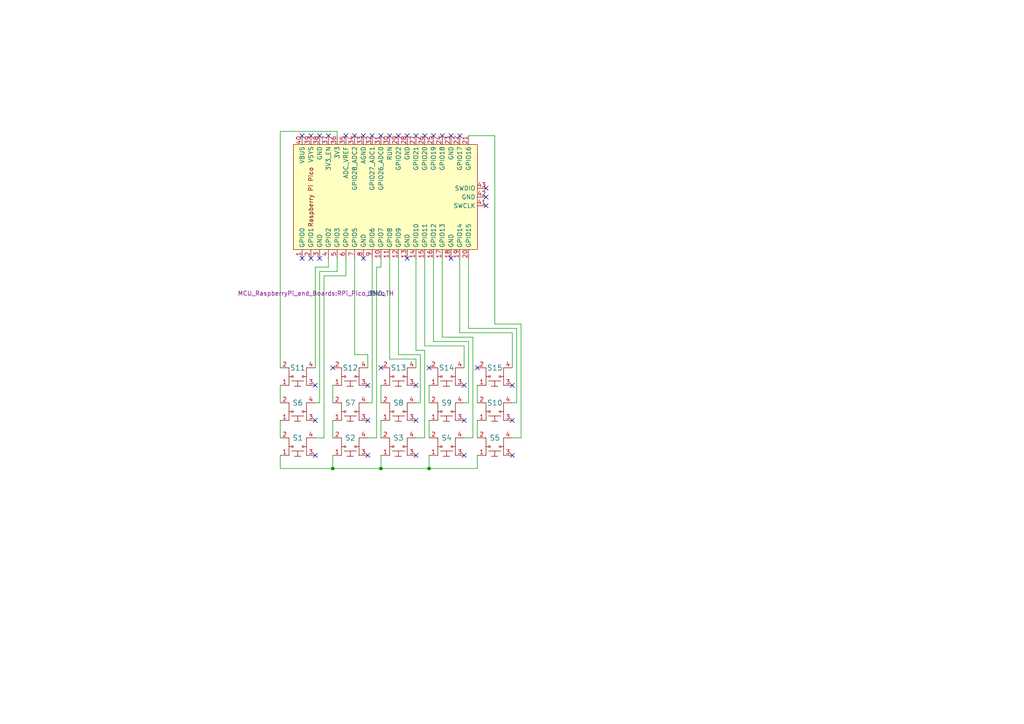
<source format=kicad_sch>
(kicad_sch (version 20211123) (generator eeschema)
  (paper "A4")
  (lib_symbols
    (symbol "MCU_RaspberryPi_and_Boards:Pico"
      (property "Reference" "U1" (at -27.94 2.5401 90))
      (property "Value" "Pico" (at -27.94 0.0001 90))
      (property "Footprint" "MCU_RaspberryPi_and_Boards:RPi_Pico_SMD_TH" (at -27.94 -2.5399 90))
      (symbol "Pico_0_0"
        (text "Raspberry Pi Pico" (at 0 21.59 0) (effects (font (size 1.27 1.27))))
      )
      (symbol "Pico_0_1"
        (rectangle (start -15.24 26.67) (end 15.24 -26.67) (fill (type background)))
      )
      (symbol "Pico_1_1"
        (pin bidirectional line (at -17.78 24.13 0) (length 2.54) (name "GPIO0") (number "1"))
        (pin bidirectional line (at -17.78 1.27 0) (length 2.54) (name "GPIO7") (number "10"))
        (pin bidirectional line (at -17.78 -1.27 0) (length 2.54) (name "GPIO8") (number "11"))
        (pin bidirectional line (at -17.78 -3.81 0) (length 2.54) (name "GPIO9") (number "12"))
        (pin power_in line (at -17.78 -6.35 0) (length 2.54) (name "GND") (number "13"))
        (pin bidirectional line (at -17.78 -8.89 0) (length 2.54) (name "GPIO10") (number "14"))
        (pin bidirectional line (at -17.78 -11.43 0) (length 2.54) (name "GPIO11") (number "15"))
        (pin bidirectional line (at -17.78 -13.97 0) (length 2.54) (name "GPIO12") (number "16"))
        (pin bidirectional line (at -17.78 -16.51 0) (length 2.54) (name "GPIO13") (number "17"))
        (pin power_in line (at -17.78 -19.05 0) (length 2.54) (name "GND") (number "18"))
        (pin bidirectional line (at -17.78 -21.59 0) (length 2.54) (name "GPIO14") (number "19"))
        (pin bidirectional line (at -17.78 21.59 0) (length 2.54) (name "GPIO1") (number "2"))
        (pin bidirectional line (at -17.78 -24.13 0) (length 2.54) (name "GPIO15") (number "20"))
        (pin bidirectional line (at 17.78 -24.13 180) (length 2.54) (name "GPIO16") (number "21"))
        (pin bidirectional line (at 17.78 -21.59 180) (length 2.54) (name "GPIO17") (number "22"))
        (pin power_in line (at 17.78 -19.05 180) (length 2.54) (name "GND") (number "23"))
        (pin bidirectional line (at 17.78 -16.51 180) (length 2.54) (name "GPIO18") (number "24"))
        (pin bidirectional line (at 17.78 -13.97 180) (length 2.54) (name "GPIO19") (number "25"))
        (pin bidirectional line (at 17.78 -11.43 180) (length 2.54) (name "GPIO20") (number "26"))
        (pin bidirectional line (at 17.78 -8.89 180) (length 2.54) (name "GPIO21") (number "27"))
        (pin power_in line (at 17.78 -6.35 180) (length 2.54) (name "GND") (number "28"))
        (pin bidirectional line (at 17.78 -3.81 180) (length 2.54) (name "GPIO22") (number "29"))
        (pin power_in line (at -17.78 19.05 0) (length 2.54) (name "GND") (number "3"))
        (pin input line (at 17.78 -1.27 180) (length 2.54) (name "RUN") (number "30"))
        (pin bidirectional line (at 17.78 1.27 180) (length 2.54) (name "GPIO26_ADC0") (number "31"))
        (pin bidirectional line (at 17.78 3.81 180) (length 2.54) (name "GPIO27_ADC1") (number "32"))
        (pin power_in line (at 17.78 6.35 180) (length 2.54) (name "AGND") (number "33"))
        (pin bidirectional line (at 17.78 8.89 180) (length 2.54) (name "GPIO28_ADC2") (number "34"))
        (pin power_in line (at 17.78 11.43 180) (length 2.54) (name "ADC_VREF") (number "35"))
        (pin power_out line (at 17.78 13.97 180) (length 2.54) (name "3V3") (number "36"))
        (pin input line (at 17.78 16.51 180) (length 2.54) (name "3V3_EN") (number "37"))
        (pin bidirectional line (at 17.78 19.05 180) (length 2.54) (name "GND") (number "38"))
        (pin power_in line (at 17.78 21.59 180) (length 2.54) (name "VSYS") (number "39"))
        (pin bidirectional line (at -17.78 16.51 0) (length 2.54) (name "GPIO2") (number "4"))
        (pin power_in line (at 17.78 24.13 180) (length 2.54) (name "VBUS") (number "40"))
        (pin input line (at -2.54 -29.21 90) (length 2.54) (name "SWCLK") (number "41"))
        (pin power_in line (at 0 -29.21 90) (length 2.54) (name "GND") (number "42"))
        (pin bidirectional line (at 2.54 -29.21 90) (length 2.54) (name "SWDIO") (number "43"))
        (pin bidirectional line (at -17.78 13.97 0) (length 2.54) (name "GPIO3") (number "5"))
        (pin bidirectional line (at -17.78 11.43 0) (length 2.54) (name "GPIO4") (number "6"))
        (pin bidirectional line (at -17.78 8.89 0) (length 2.54) (name "GPIO5") (number "7"))
        (pin power_in line (at -17.78 6.35 0) (length 2.54) (name "GND") (number "8"))
        (pin bidirectional line (at -17.78 3.81 0) (length 2.54) (name "GPIO6") (number "9"))
      )
    )
    (symbol "dk_Tactile-Switches:1825910-6" (pin_names (offset 1.016))
      (property "Reference" "S" (at 0 4.572 0))
      (property "Value" "1825910-6" (at 0.127 -5.08 0))
      (symbol "1825910-6_0_1"
        (circle (center -1.524 0) (radius 0.254))
        (polyline (pts (xy -2.54 2.54) (xy -2.54 -2.54)))
        (polyline (pts (xy -1.778 0) (xy -2.54 0)))
        (polyline (pts (xy -1.778 1.27) (xy 1.778 1.27)))
        (polyline (pts (xy 2.54 -2.54) (xy 2.54 2.54)))
        (polyline (pts (xy 2.54 0) (xy 1.778 0)))
        (circle (center 1.524 0) (radius 0.254))
      )
      (symbol "1825910-6_1_1"
        (polyline (pts (xy -1.016 2.794) (xy 0.889 2.794)))
        (polyline (pts (xy 0 2.794) (xy 0 1.27)))
        (pin passive line (at -5.08 2.54 0) (length 2.54) (name "~") (number "1"))
        (pin passive line (at -5.08 -2.54 0) (length 2.54) (name "~") (number "2"))
        (pin passive line (at 5.08 2.54 180) (length 2.54) (name "~") (number "3"))
        (pin passive line (at 5.08 -2.54 180) (length 2.54) (name "~") (number "4"))
      )
    )
  )
  (junction (at 96.52 135.89))
  (junction (at 110.49 135.89))
  (junction (at 124.46 135.89))
  (no_connect (at 87.63 74.93))
  (no_connect (at 90.17 74.93))
  (no_connect (at 92.71 74.93))
  (no_connect (at 140.97 54.61))
  (no_connect (at 140.97 57.15))
  (no_connect (at 140.97 59.69))
  (no_connect (at 130.81 39.37))
  (no_connect (at 128.27 39.37))
  (no_connect (at 133.35 39.37))
  (no_connect (at 123.19 39.37))
  (no_connect (at 125.73 39.37))
  (no_connect (at 92.71 39.37))
  (no_connect (at 87.63 39.37))
  (no_connect (at 90.17 39.37))
  (no_connect (at 130.81 74.93))
  (no_connect (at 118.11 74.93))
  (no_connect (at 105.41 74.93))
  (no_connect (at 107.95 39.37))
  (no_connect (at 105.41 39.37))
  (no_connect (at 110.49 39.37))
  (no_connect (at 102.87 39.37))
  (no_connect (at 100.33 39.37))
  (no_connect (at 113.03 39.37))
  (no_connect (at 120.65 39.37))
  (no_connect (at 118.11 39.37))
  (no_connect (at 115.57 39.37))
  (no_connect (at 95.25 39.37))
  (no_connect (at 96.52 106.68))
  (no_connect (at 106.68 121.92))
  (no_connect (at 106.68 111.76))
  (no_connect (at 134.62 121.92))
  (no_connect (at 120.65 121.92))
  (no_connect (at 148.59 111.76))
  (no_connect (at 120.65 132.08))
  (no_connect (at 134.62 132.08))
  (no_connect (at 148.59 121.92))
  (no_connect (at 148.59 132.08))
  (no_connect (at 110.49 106.68))
  (no_connect (at 120.65 111.76))
  (no_connect (at 124.46 106.68))
  (no_connect (at 134.62 111.76))
  (no_connect (at 138.43 106.68))
  (no_connect (at 91.44 132.08))
  (no_connect (at 91.44 121.92))
  (no_connect (at 106.68 132.08))
  (no_connect (at 91.44 111.76))
  (wire (pts (xy 91.44 77.47) (xy 91.44 106.68)))
  (wire (pts (xy 134.62 100.33) (xy 134.62 106.68)))
  (wire (pts (xy 135.89 39.37) (xy 143.51 39.37)))
  (wire (pts (xy 120.65 101.6) (xy 123.19 101.6)))
  (wire (pts (xy 135.89 99.06) (xy 135.89 116.84)))
  (wire (pts (xy 151.13 93.98) (xy 151.13 127)))
  (wire (pts (xy 124.46 121.92) (xy 124.46 127)))
  (wire (pts (xy 110.49 135.89) (xy 124.46 135.89)))
  (wire (pts (xy 106.68 102.87) (xy 106.68 106.68)))
  (wire (pts (xy 110.49 121.92) (xy 110.49 127)))
  (wire (pts (xy 128.27 74.93) (xy 128.27 97.79)))
  (wire (pts (xy 135.89 95.25) (xy 149.86 95.25)))
  (wire (pts (xy 110.49 111.76) (xy 110.49 116.84)))
  (wire (pts (xy 113.03 74.93) (xy 113.03 104.14)))
  (wire (pts (xy 128.27 97.79) (xy 137.16 97.79)))
  (wire (pts (xy 123.19 74.93) (xy 123.19 100.33)))
  (wire (pts (xy 110.49 74.93) (xy 110.49 77.47)))
  (wire (pts (xy 92.71 78.74) (xy 92.71 116.84)))
  (wire (pts (xy 81.28 38.1) (xy 81.28 106.68)))
  (wire (pts (xy 123.19 100.33) (xy 134.62 100.33)))
  (wire (pts (xy 125.73 74.93) (xy 125.73 99.06)))
  (wire (pts (xy 135.89 116.84) (xy 134.62 116.84)))
  (wire (pts (xy 81.28 135.89) (xy 96.52 135.89)))
  (wire (pts (xy 96.52 135.89) (xy 110.49 135.89)))
  (wire (pts (xy 151.13 127) (xy 148.59 127)))
  (wire (pts (xy 100.33 74.93) (xy 100.33 80.01)))
  (wire (pts (xy 120.65 104.14) (xy 120.65 106.68)))
  (wire (pts (xy 97.79 39.37) (xy 97.79 38.1)))
  (wire (pts (xy 138.43 121.92) (xy 138.43 127)))
  (wire (pts (xy 93.98 80.01) (xy 93.98 127)))
  (wire (pts (xy 95.25 77.47) (xy 91.44 77.47)))
  (wire (pts (xy 96.52 121.92) (xy 96.52 127)))
  (wire (pts (xy 143.51 93.98) (xy 151.13 93.98)))
  (wire (pts (xy 109.22 77.47) (xy 109.22 127)))
  (wire (pts (xy 97.79 74.93) (xy 97.79 78.74)))
  (wire (pts (xy 149.86 95.25) (xy 149.86 116.84)))
  (wire (pts (xy 96.52 111.76) (xy 96.52 116.84)))
  (wire (pts (xy 110.49 132.08) (xy 110.49 135.89)))
  (wire (pts (xy 133.35 74.93) (xy 133.35 96.52)))
  (wire (pts (xy 115.57 102.87) (xy 121.92 102.87)))
  (wire (pts (xy 121.92 116.84) (xy 120.65 116.84)))
  (wire (pts (xy 135.89 74.93) (xy 135.89 95.25)))
  (wire (pts (xy 120.65 127) (xy 123.19 127)))
  (wire (pts (xy 81.28 121.92) (xy 81.28 127)))
  (wire (pts (xy 138.43 132.08) (xy 138.43 135.89)))
  (wire (pts (xy 93.98 127) (xy 91.44 127)))
  (wire (pts (xy 81.28 132.08) (xy 81.28 135.89)))
  (wire (pts (xy 107.95 116.84) (xy 106.68 116.84)))
  (wire (pts (xy 148.59 96.52) (xy 148.59 106.68)))
  (wire (pts (xy 110.49 77.47) (xy 109.22 77.47)))
  (wire (pts (xy 120.65 74.93) (xy 120.65 101.6)))
  (wire (pts (xy 143.51 39.37) (xy 143.51 93.98)))
  (wire (pts (xy 134.62 127) (xy 137.16 127)))
  (wire (pts (xy 123.19 101.6) (xy 123.19 127)))
  (wire (pts (xy 115.57 74.93) (xy 115.57 102.87)))
  (wire (pts (xy 107.95 74.93) (xy 107.95 116.84)))
  (wire (pts (xy 96.52 132.08) (xy 96.52 135.89)))
  (wire (pts (xy 124.46 132.08) (xy 124.46 135.89)))
  (wire (pts (xy 121.92 102.87) (xy 121.92 116.84)))
  (wire (pts (xy 106.68 127) (xy 109.22 127)))
  (wire (pts (xy 125.73 99.06) (xy 135.89 99.06)))
  (wire (pts (xy 102.87 102.87) (xy 106.68 102.87)))
  (wire (pts (xy 149.86 116.84) (xy 148.59 116.84)))
  (wire (pts (xy 102.87 74.93) (xy 102.87 102.87)))
  (wire (pts (xy 81.28 38.1) (xy 97.79 38.1)))
  (wire (pts (xy 137.16 97.79) (xy 137.16 127)))
  (wire (pts (xy 91.44 116.84) (xy 92.71 116.84)))
  (wire (pts (xy 95.25 74.93) (xy 95.25 77.47)))
  (wire (pts (xy 97.79 78.74) (xy 92.71 78.74)))
  (wire (pts (xy 81.28 111.76) (xy 81.28 116.84)))
  (wire (pts (xy 100.33 80.01) (xy 93.98 80.01)))
  (wire (pts (xy 124.46 111.76) (xy 124.46 116.84)))
  (wire (pts (xy 113.03 104.14) (xy 120.65 104.14)))
  (wire (pts (xy 133.35 96.52) (xy 148.59 96.52)))
  (wire (pts (xy 124.46 135.89) (xy 138.43 135.89)))
  (wire (pts (xy 138.43 111.76) (xy 138.43 116.84)))
  (symbol (lib_id "dk_Tactile-Switches:1825910-6") (at 115.57 119.38 0) (mirror x) (unit 1)
    (property "Reference" "S8" (at 115.57 116.84 0) (effects (font (size 1.524 1.524))))
    (property "Value" "1825910-6" (effects hide))
    (property "Footprint" "digikey-footprints:Switch_Tactile_THT_6x6mm" (effects hide))
    (property "Datasheet" "https://www.te.com/commerce/DocumentDelivery/DDEController?Action=srchrtrv&DocNm=1825910&DocType=Customer+Drawing&DocLang=English" (effects hide))
    (property "Digi-Key_PN" "450-1650-ND" (effects hide))
    (property "MPN" "1825910-6" (effects hide))
    (property "Category" "Switches" (effects hide))
    (property "Family" "Tactile Switches" (effects hide))
    (property "DK_Datasheet_Link" "https://www.te.com/commerce/DocumentDelivery/DDEController?Action=srchrtrv&DocNm=1825910&DocType=Customer+Drawing&DocLang=English" (effects hide))
    (property "DK_Detail_Page" "/product-detail/en/te-connectivity-alcoswitch-switches/1825910-6/450-1650-ND/1632536" (effects hide))
    (property "Description" "SWITCH TACTILE SPST-NO 0.05A 24V" (effects hide))
    (property "Manufacturer" "TE Connectivity ALCOSWITCH Switches" (effects hide))
    (property "Status" "Active" (effects hide))
  )
  (symbol (lib_id "dk_Tactile-Switches:1825910-6") (at 129.54 109.22 0) (mirror x) (unit 1)
    (property "Reference" "S14" (at 129.54 106.68 0) (effects (font (size 1.524 1.524))))
    (property "Value" "1825910-6" (effects hide))
    (property "Footprint" "digikey-footprints:Switch_Tactile_THT_6x6mm" (effects hide))
    (property "Datasheet" "https://www.te.com/commerce/DocumentDelivery/DDEController?Action=srchrtrv&DocNm=1825910&DocType=Customer+Drawing&DocLang=English" (effects hide))
    (property "Digi-Key_PN" "450-1650-ND" (effects hide))
    (property "MPN" "1825910-6" (effects hide))
    (property "Category" "Switches" (effects hide))
    (property "Family" "Tactile Switches" (effects hide))
    (property "DK_Datasheet_Link" "https://www.te.com/commerce/DocumentDelivery/DDEController?Action=srchrtrv&DocNm=1825910&DocType=Customer+Drawing&DocLang=English" (effects hide))
    (property "DK_Detail_Page" "/product-detail/en/te-connectivity-alcoswitch-switches/1825910-6/450-1650-ND/1632536" (effects hide))
    (property "Description" "SWITCH TACTILE SPST-NO 0.05A 24V" (effects hide))
    (property "Manufacturer" "TE Connectivity ALCOSWITCH Switches" (effects hide))
    (property "Status" "Active" (effects hide))
  )
  (symbol (lib_id "dk_Tactile-Switches:1825910-6") (at 86.36 119.38 0) (mirror x) (unit 1)
    (property "Reference" "S6" (at 86.36 116.84 0) (effects (font (size 1.524 1.524))))
    (property "Value" "1825910-6" (effects hide))
    (property "Footprint" "digikey-footprints:Switch_Tactile_THT_6x6mm" (effects hide))
    (property "Datasheet" "https://www.te.com/commerce/DocumentDelivery/DDEController?Action=srchrtrv&DocNm=1825910&DocType=Customer+Drawing&DocLang=English" (effects hide))
    (property "Digi-Key_PN" "450-1650-ND" (effects hide))
    (property "MPN" "1825910-6" (effects hide))
    (property "Category" "Switches" (effects hide))
    (property "Family" "Tactile Switches" (effects hide))
    (property "DK_Datasheet_Link" "https://www.te.com/commerce/DocumentDelivery/DDEController?Action=srchrtrv&DocNm=1825910&DocType=Customer+Drawing&DocLang=English" (effects hide))
    (property "DK_Detail_Page" "/product-detail/en/te-connectivity-alcoswitch-switches/1825910-6/450-1650-ND/1632536" (effects hide))
    (property "Description" "SWITCH TACTILE SPST-NO 0.05A 24V" (effects hide))
    (property "Manufacturer" "TE Connectivity ALCOSWITCH Switches" (effects hide))
    (property "Status" "Active" (effects hide))
  )
  (symbol (lib_id "dk_Tactile-Switches:1825910-6") (at 101.6 109.22 0) (mirror x) (unit 1)
    (property "Reference" "S12" (at 101.6 106.68 0) (effects (font (size 1.524 1.524))))
    (property "Value" "1825910-6" (effects hide))
    (property "Footprint" "digikey-footprints:Switch_Tactile_THT_6x6mm" (effects hide))
    (property "Datasheet" "https://www.te.com/commerce/DocumentDelivery/DDEController?Action=srchrtrv&DocNm=1825910&DocType=Customer+Drawing&DocLang=English" (effects hide))
    (property "Digi-Key_PN" "450-1650-ND" (effects hide))
    (property "MPN" "1825910-6" (effects hide))
    (property "Category" "Switches" (effects hide))
    (property "Family" "Tactile Switches" (effects hide))
    (property "DK_Datasheet_Link" "https://www.te.com/commerce/DocumentDelivery/DDEController?Action=srchrtrv&DocNm=1825910&DocType=Customer+Drawing&DocLang=English" (effects hide))
    (property "DK_Detail_Page" "/product-detail/en/te-connectivity-alcoswitch-switches/1825910-6/450-1650-ND/1632536" (effects hide))
    (property "Description" "SWITCH TACTILE SPST-NO 0.05A 24V" (effects hide))
    (property "Manufacturer" "TE Connectivity ALCOSWITCH Switches" (effects hide))
    (property "Status" "Active" (effects hide))
  )
  (symbol (lib_id "dk_Tactile-Switches:1825910-6") (at 143.51 109.22 0) (mirror x) (unit 1)
    (property "Reference" "S15" (at 143.51 106.68 0) (effects (font (size 1.524 1.524))))
    (property "Value" "1825910-6" (effects hide))
    (property "Footprint" "digikey-footprints:Switch_Tactile_THT_6x6mm" (effects hide))
    (property "Datasheet" "https://www.te.com/commerce/DocumentDelivery/DDEController?Action=srchrtrv&DocNm=1825910&DocType=Customer+Drawing&DocLang=English" (effects hide))
    (property "Digi-Key_PN" "450-1650-ND" (effects hide))
    (property "MPN" "1825910-6" (effects hide))
    (property "Category" "Switches" (effects hide))
    (property "Family" "Tactile Switches" (effects hide))
    (property "DK_Datasheet_Link" "https://www.te.com/commerce/DocumentDelivery/DDEController?Action=srchrtrv&DocNm=1825910&DocType=Customer+Drawing&DocLang=English" (effects hide))
    (property "DK_Detail_Page" "/product-detail/en/te-connectivity-alcoswitch-switches/1825910-6/450-1650-ND/1632536" (effects hide))
    (property "Description" "SWITCH TACTILE SPST-NO 0.05A 24V" (effects hide))
    (property "Manufacturer" "TE Connectivity ALCOSWITCH Switches" (effects hide))
    (property "Status" "Active" (effects hide))
  )
  (symbol (lib_id "dk_Tactile-Switches:1825910-6") (at 129.54 119.38 0) (mirror x) (unit 1)
    (property "Reference" "S9" (at 129.54 116.84 0) (effects (font (size 1.524 1.524))))
    (property "Value" "1825910-6" (effects hide))
    (property "Footprint" "digikey-footprints:Switch_Tactile_THT_6x6mm" (effects hide))
    (property "Datasheet" "https://www.te.com/commerce/DocumentDelivery/DDEController?Action=srchrtrv&DocNm=1825910&DocType=Customer+Drawing&DocLang=English" (effects hide))
    (property "Digi-Key_PN" "450-1650-ND" (effects hide))
    (property "MPN" "1825910-6" (effects hide))
    (property "Category" "Switches" (effects hide))
    (property "Family" "Tactile Switches" (effects hide))
    (property "DK_Datasheet_Link" "https://www.te.com/commerce/DocumentDelivery/DDEController?Action=srchrtrv&DocNm=1825910&DocType=Customer+Drawing&DocLang=English" (effects hide))
    (property "DK_Detail_Page" "/product-detail/en/te-connectivity-alcoswitch-switches/1825910-6/450-1650-ND/1632536" (effects hide))
    (property "Description" "SWITCH TACTILE SPST-NO 0.05A 24V" (effects hide))
    (property "Manufacturer" "TE Connectivity ALCOSWITCH Switches" (effects hide))
    (property "Status" "Active" (effects hide))
  )
  (symbol (lib_id "dk_Tactile-Switches:1825910-6") (at 143.51 129.54 0) (mirror x) (unit 1)
    (property "Reference" "S5" (at 143.51 127 0) (effects (font (size 1.524 1.524))))
    (property "Value" "1825910-6" (effects hide))
    (property "Footprint" "digikey-footprints:Switch_Tactile_THT_6x6mm" (effects hide))
    (property "Datasheet" "https://www.te.com/commerce/DocumentDelivery/DDEController?Action=srchrtrv&DocNm=1825910&DocType=Customer+Drawing&DocLang=English" (effects hide))
    (property "Digi-Key_PN" "450-1650-ND" (effects hide))
    (property "MPN" "1825910-6" (effects hide))
    (property "Category" "Switches" (effects hide))
    (property "Family" "Tactile Switches" (effects hide))
    (property "DK_Datasheet_Link" "https://www.te.com/commerce/DocumentDelivery/DDEController?Action=srchrtrv&DocNm=1825910&DocType=Customer+Drawing&DocLang=English" (effects hide))
    (property "DK_Detail_Page" "/product-detail/en/te-connectivity-alcoswitch-switches/1825910-6/450-1650-ND/1632536" (effects hide))
    (property "Description" "SWITCH TACTILE SPST-NO 0.05A 24V" (effects hide))
    (property "Manufacturer" "TE Connectivity ALCOSWITCH Switches" (effects hide))
    (property "Status" "Active" (effects hide))
  )
  (symbol (lib_id "dk_Tactile-Switches:1825910-6") (at 101.6 119.38 0) (mirror x) (unit 1)
    (property "Reference" "S7" (at 101.6 116.84 0) (effects (font (size 1.524 1.524))))
    (property "Value" "1825910-6" (effects hide))
    (property "Footprint" "digikey-footprints:Switch_Tactile_THT_6x6mm" (effects hide))
    (property "Datasheet" "https://www.te.com/commerce/DocumentDelivery/DDEController?Action=srchrtrv&DocNm=1825910&DocType=Customer+Drawing&DocLang=English" (effects hide))
    (property "Digi-Key_PN" "450-1650-ND" (effects hide))
    (property "MPN" "1825910-6" (effects hide))
    (property "Category" "Switches" (effects hide))
    (property "Family" "Tactile Switches" (effects hide))
    (property "DK_Datasheet_Link" "https://www.te.com/commerce/DocumentDelivery/DDEController?Action=srchrtrv&DocNm=1825910&DocType=Customer+Drawing&DocLang=English" (effects hide))
    (property "DK_Detail_Page" "/product-detail/en/te-connectivity-alcoswitch-switches/1825910-6/450-1650-ND/1632536" (effects hide))
    (property "Description" "SWITCH TACTILE SPST-NO 0.05A 24V" (effects hide))
    (property "Manufacturer" "TE Connectivity ALCOSWITCH Switches" (effects hide))
    (property "Status" "Active" (effects hide))
  )
  (symbol (lib_id "dk_Tactile-Switches:1825910-6") (at 115.57 129.54 0) (mirror x) (unit 1)
    (property "Reference" "S3" (at 115.57 127 0) (effects (font (size 1.524 1.524))))
    (property "Value" "1825910-6" (effects hide))
    (property "Footprint" "digikey-footprints:Switch_Tactile_THT_6x6mm" (effects hide))
    (property "Datasheet" "https://www.te.com/commerce/DocumentDelivery/DDEController?Action=srchrtrv&DocNm=1825910&DocType=Customer+Drawing&DocLang=English" (effects hide))
    (property "Digi-Key_PN" "450-1650-ND" (effects hide))
    (property "MPN" "1825910-6" (effects hide))
    (property "Category" "Switches" (effects hide))
    (property "Family" "Tactile Switches" (effects hide))
    (property "DK_Datasheet_Link" "https://www.te.com/commerce/DocumentDelivery/DDEController?Action=srchrtrv&DocNm=1825910&DocType=Customer+Drawing&DocLang=English" (effects hide))
    (property "DK_Detail_Page" "/product-detail/en/te-connectivity-alcoswitch-switches/1825910-6/450-1650-ND/1632536" (effects hide))
    (property "Description" "SWITCH TACTILE SPST-NO 0.05A 24V" (effects hide))
    (property "Manufacturer" "TE Connectivity ALCOSWITCH Switches" (effects hide))
    (property "Status" "Active" (effects hide))
  )
  (symbol (lib_id "dk_Tactile-Switches:1825910-6") (at 86.36 109.22 0) (mirror x) (unit 1)
    (property "Reference" "S11" (at 86.36 106.68 0) (effects (font (size 1.524 1.524))))
    (property "Value" "1825910-6" (effects hide))
    (property "Footprint" "digikey-footprints:Switch_Tactile_THT_6x6mm" (effects hide))
    (property "Datasheet" "https://www.te.com/commerce/DocumentDelivery/DDEController?Action=srchrtrv&DocNm=1825910&DocType=Customer+Drawing&DocLang=English" (effects hide))
    (property "Digi-Key_PN" "450-1650-ND" (effects hide))
    (property "MPN" "1825910-6" (effects hide))
    (property "Category" "Switches" (effects hide))
    (property "Family" "Tactile Switches" (effects hide))
    (property "DK_Datasheet_Link" "https://www.te.com/commerce/DocumentDelivery/DDEController?Action=srchrtrv&DocNm=1825910&DocType=Customer+Drawing&DocLang=English" (effects hide))
    (property "DK_Detail_Page" "/product-detail/en/te-connectivity-alcoswitch-switches/1825910-6/450-1650-ND/1632536" (effects hide))
    (property "Description" "SWITCH TACTILE SPST-NO 0.05A 24V" (effects hide))
    (property "Manufacturer" "TE Connectivity ALCOSWITCH Switches" (effects hide))
    (property "Status" "Active" (effects hide))
  )
  (symbol (lib_id "dk_Tactile-Switches:1825910-6") (at 143.51 119.38 0) (mirror x) (unit 1)
    (property "Reference" "S10" (at 143.51 116.84 0) (effects (font (size 1.524 1.524))))
    (property "Value" "1825910-6" (effects hide))
    (property "Footprint" "digikey-footprints:Switch_Tactile_THT_6x6mm" (effects hide))
    (property "Datasheet" "https://www.te.com/commerce/DocumentDelivery/DDEController?Action=srchrtrv&DocNm=1825910&DocType=Customer+Drawing&DocLang=English" (effects hide))
    (property "Digi-Key_PN" "450-1650-ND" (effects hide))
    (property "MPN" "1825910-6" (effects hide))
    (property "Category" "Switches" (effects hide))
    (property "Family" "Tactile Switches" (effects hide))
    (property "DK_Datasheet_Link" "https://www.te.com/commerce/DocumentDelivery/DDEController?Action=srchrtrv&DocNm=1825910&DocType=Customer+Drawing&DocLang=English" (effects hide))
    (property "DK_Detail_Page" "/product-detail/en/te-connectivity-alcoswitch-switches/1825910-6/450-1650-ND/1632536" (effects hide))
    (property "Description" "SWITCH TACTILE SPST-NO 0.05A 24V" (effects hide))
    (property "Manufacturer" "TE Connectivity ALCOSWITCH Switches" (effects hide))
    (property "Status" "Active" (effects hide))
  )
  (symbol (lib_id "dk_Tactile-Switches:1825910-6") (at 86.36 129.54 0) (mirror x) (unit 1)
    (property "Reference" "S1" (at 86.36 127 0) (effects (font (size 1.524 1.524))))
    (property "Value" "1825910-6" (effects hide))
    (property "Footprint" "digikey-footprints:Switch_Tactile_THT_6x6mm" (effects hide))
    (property "Datasheet" "https://www.te.com/commerce/DocumentDelivery/DDEController?Action=srchrtrv&DocNm=1825910&DocType=Customer+Drawing&DocLang=English" (effects hide))
    (property "Digi-Key_PN" "450-1650-ND" (effects hide))
    (property "MPN" "1825910-6" (effects hide))
    (property "Category" "Switches" (effects hide))
    (property "Family" "Tactile Switches" (effects hide))
    (property "DK_Datasheet_Link" "https://www.te.com/commerce/DocumentDelivery/DDEController?Action=srchrtrv&DocNm=1825910&DocType=Customer+Drawing&DocLang=English" (effects hide))
    (property "DK_Detail_Page" "/product-detail/en/te-connectivity-alcoswitch-switches/1825910-6/450-1650-ND/1632536" (effects hide))
    (property "Description" "SWITCH TACTILE SPST-NO 0.05A 24V" (effects hide))
    (property "Manufacturer" "TE Connectivity ALCOSWITCH Switches" (effects hide))
    (property "Status" "Active" (effects hide))
  )
  (symbol (lib_id "dk_Tactile-Switches:1825910-6") (at 115.57 109.22 0) (mirror x) (unit 1)
    (property "Reference" "S13" (at 115.57 106.68 0) (effects (font (size 1.524 1.524))))
    (property "Value" "1825910-6" (effects hide))
    (property "Footprint" "digikey-footprints:Switch_Tactile_THT_6x6mm" (effects hide))
    (property "Datasheet" "https://www.te.com/commerce/DocumentDelivery/DDEController?Action=srchrtrv&DocNm=1825910&DocType=Customer+Drawing&DocLang=English" (effects hide))
    (property "Digi-Key_PN" "450-1650-ND" (effects hide))
    (property "MPN" "1825910-6" (effects hide))
    (property "Category" "Switches" (effects hide))
    (property "Family" "Tactile Switches" (effects hide))
    (property "DK_Datasheet_Link" "https://www.te.com/commerce/DocumentDelivery/DDEController?Action=srchrtrv&DocNm=1825910&DocType=Customer+Drawing&DocLang=English" (effects hide))
    (property "DK_Detail_Page" "/product-detail/en/te-connectivity-alcoswitch-switches/1825910-6/450-1650-ND/1632536" (effects hide))
    (property "Description" "SWITCH TACTILE SPST-NO 0.05A 24V" (effects hide))
    (property "Manufacturer" "TE Connectivity ALCOSWITCH Switches" (effects hide))
    (property "Status" "Active" (effects hide))
  )
  (symbol (lib_id "dk_Tactile-Switches:1825910-6") (at 129.54 129.54 0) (mirror x) (unit 1)
    (property "Reference" "S4" (at 129.54 127 0) (effects (font (size 1.524 1.524))))
    (property "Value" "1825910-6" (effects hide))
    (property "Footprint" "digikey-footprints:Switch_Tactile_THT_6x6mm" (effects hide))
    (property "Datasheet" "https://www.te.com/commerce/DocumentDelivery/DDEController?Action=srchrtrv&DocNm=1825910&DocType=Customer+Drawing&DocLang=English" (effects hide))
    (property "Digi-Key_PN" "450-1650-ND" (effects hide))
    (property "MPN" "1825910-6" (effects hide))
    (property "Category" "Switches" (effects hide))
    (property "Family" "Tactile Switches" (effects hide))
    (property "DK_Datasheet_Link" "https://www.te.com/commerce/DocumentDelivery/DDEController?Action=srchrtrv&DocNm=1825910&DocType=Customer+Drawing&DocLang=English" (effects hide))
    (property "DK_Detail_Page" "/product-detail/en/te-connectivity-alcoswitch-switches/1825910-6/450-1650-ND/1632536" (effects hide))
    (property "Description" "SWITCH TACTILE SPST-NO 0.05A 24V" (effects hide))
    (property "Manufacturer" "TE Connectivity ALCOSWITCH Switches" (effects hide))
    (property "Status" "Active" (effects hide))
  )
  (symbol (lib_id "MCU_RaspberryPi_and_Boards:Pico") (at 111.76 57.15 90) (unit 1)
    (property "Reference" "U1" (at 109.2199 85.09 90) (effects (justify left)))
    (property "Value" "Pico" (at 111.7599 85.09 90) (effects (justify left)))
    (property "Footprint" "MCU_RaspberryPi_and_Boards:RPi_Pico_SMD_TH" (at 114.2999 85.09 90) (effects (justify left)))
  )
  (symbol (lib_id "dk_Tactile-Switches:1825910-6") (at 101.6 129.54 0) (mirror x) (unit 1)
    (property "Reference" "S2" (at 101.6 127 0) (effects (font (size 1.524 1.524))))
    (property "Value" "1825910-6" (effects hide))
    (property "Footprint" "digikey-footprints:Switch_Tactile_THT_6x6mm" (effects hide))
    (property "Datasheet" "https://www.te.com/commerce/DocumentDelivery/DDEController?Action=srchrtrv&DocNm=1825910&DocType=Customer+Drawing&DocLang=English" (effects hide))
    (property "Digi-Key_PN" "450-1650-ND" (effects hide))
    (property "MPN" "1825910-6" (effects hide))
    (property "Category" "Switches" (effects hide))
    (property "Family" "Tactile Switches" (effects hide))
    (property "DK_Datasheet_Link" "https://www.te.com/commerce/DocumentDelivery/DDEController?Action=srchrtrv&DocNm=1825910&DocType=Customer+Drawing&DocLang=English" (effects hide))
    (property "DK_Detail_Page" "/product-detail/en/te-connectivity-alcoswitch-switches/1825910-6/450-1650-ND/1632536" (effects hide))
    (property "Description" "SWITCH TACTILE SPST-NO 0.05A 24V" (effects hide))
    (property "Manufacturer" "TE Connectivity ALCOSWITCH Switches" (effects hide))
    (property "Status" "Active" (effects hide))
  )
)
</source>
